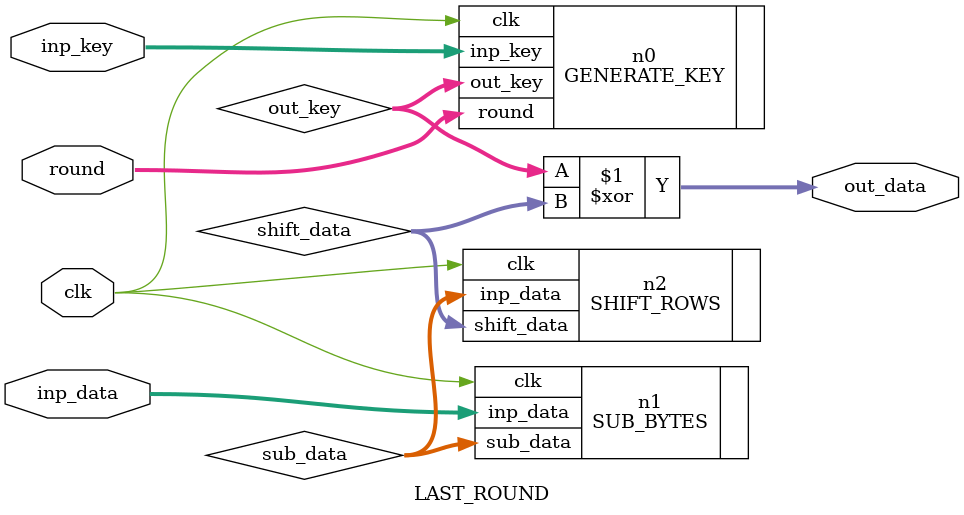
<source format=v>
module LAST_ROUND(clk, round, inp_data, inp_key, out_data);

input clk;
input [3:0] round;
input [127:0] inp_data;
input [127:0] inp_key;
output  [127:0] out_data;

wire [127:0] sub_data,shift_data,out_key;

GENERATE_KEY n0(.clk(clk),.round(round),.inp_key(inp_key),.out_key(out_key));
SUB_BYTES n1(.clk(clk),.inp_data(inp_data),.sub_data(sub_data));
SHIFT_ROWS n2(.clk(clk),.inp_data(sub_data),.shift_data(shift_data));

assign out_data = out_key^shift_data;

endmodule
</source>
